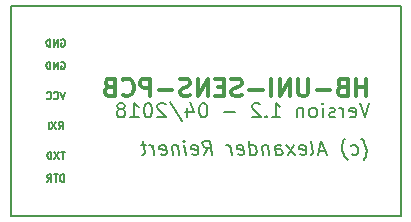
<source format=gbr>
G04 #@! TF.FileFunction,Legend,Bot*
%FSLAX46Y46*%
G04 Gerber Fmt 4.6, Leading zero omitted, Abs format (unit mm)*
G04 Created by KiCad (PCBNEW 4.0.7) date 04/23/18 22:06:35*
%MOMM*%
%LPD*%
G01*
G04 APERTURE LIST*
%ADD10C,0.100000*%
%ADD11C,0.200000*%
%ADD12C,0.300000*%
%ADD13C,0.150000*%
G04 APERTURE END LIST*
D10*
D11*
X128961429Y-68945000D02*
X129011428Y-68887857D01*
X129104286Y-68716429D01*
X129147143Y-68602143D01*
X129182857Y-68430714D01*
X129204286Y-68145000D01*
X129175715Y-67916429D01*
X129082857Y-67630714D01*
X129004286Y-67459286D01*
X128932857Y-67345000D01*
X128797142Y-67173571D01*
X128732858Y-67116429D01*
X127925714Y-68430714D02*
X128047143Y-68487857D01*
X128275714Y-68487857D01*
X128382857Y-68430714D01*
X128432857Y-68373571D01*
X128475715Y-68259286D01*
X128432858Y-67916429D01*
X128361429Y-67802143D01*
X128297143Y-67745000D01*
X128175714Y-67687857D01*
X127947143Y-67687857D01*
X127840000Y-67745000D01*
X127590000Y-68945000D02*
X127525715Y-68887857D01*
X127390001Y-68716429D01*
X127318572Y-68602143D01*
X127240000Y-68430714D01*
X127147143Y-68145000D01*
X127118572Y-67916429D01*
X127140000Y-67630714D01*
X127175715Y-67459286D01*
X127218572Y-67345000D01*
X127311429Y-67173571D01*
X127361429Y-67116429D01*
X125718572Y-68145000D02*
X125147143Y-68145000D01*
X125875714Y-68487857D02*
X125325714Y-67287857D01*
X125075714Y-68487857D01*
X124504286Y-68487857D02*
X124611429Y-68430714D01*
X124654287Y-68316429D01*
X124525715Y-67287857D01*
X123582858Y-68430714D02*
X123704287Y-68487857D01*
X123932858Y-68487857D01*
X124040001Y-68430714D01*
X124082859Y-68316429D01*
X124025716Y-67859286D01*
X123954287Y-67745000D01*
X123832858Y-67687857D01*
X123604287Y-67687857D01*
X123497144Y-67745000D01*
X123454287Y-67859286D01*
X123468572Y-67973571D01*
X124054287Y-68087857D01*
X123132858Y-68487857D02*
X122404287Y-67687857D01*
X123032858Y-67687857D02*
X122504287Y-68487857D01*
X121532858Y-68487857D02*
X121454287Y-67859286D01*
X121497144Y-67745000D01*
X121604287Y-67687857D01*
X121832858Y-67687857D01*
X121954287Y-67745000D01*
X121525715Y-68430714D02*
X121647144Y-68487857D01*
X121932858Y-68487857D01*
X122040001Y-68430714D01*
X122082859Y-68316429D01*
X122068573Y-68202143D01*
X121997144Y-68087857D01*
X121875715Y-68030714D01*
X121590001Y-68030714D01*
X121468572Y-67973571D01*
X120861430Y-67687857D02*
X120961430Y-68487857D01*
X120875716Y-67802143D02*
X120811430Y-67745000D01*
X120690001Y-67687857D01*
X120518573Y-67687857D01*
X120411430Y-67745000D01*
X120368573Y-67859286D01*
X120447144Y-68487857D01*
X119361430Y-68487857D02*
X119211430Y-67287857D01*
X119354287Y-68430714D02*
X119475716Y-68487857D01*
X119704287Y-68487857D01*
X119811430Y-68430714D01*
X119861430Y-68373571D01*
X119904288Y-68259286D01*
X119861431Y-67916429D01*
X119790002Y-67802143D01*
X119725716Y-67745000D01*
X119604287Y-67687857D01*
X119375716Y-67687857D01*
X119268573Y-67745000D01*
X118325716Y-68430714D02*
X118447145Y-68487857D01*
X118675716Y-68487857D01*
X118782859Y-68430714D01*
X118825717Y-68316429D01*
X118768574Y-67859286D01*
X118697145Y-67745000D01*
X118575716Y-67687857D01*
X118347145Y-67687857D01*
X118240002Y-67745000D01*
X118197145Y-67859286D01*
X118211430Y-67973571D01*
X118797145Y-68087857D01*
X117761431Y-68487857D02*
X117661431Y-67687857D01*
X117690003Y-67916429D02*
X117618574Y-67802143D01*
X117554288Y-67745000D01*
X117432859Y-67687857D01*
X117318574Y-67687857D01*
X115418573Y-68487857D02*
X115747145Y-67916429D01*
X116104288Y-68487857D02*
X115954288Y-67287857D01*
X115497145Y-67287857D01*
X115390002Y-67345000D01*
X115340002Y-67402143D01*
X115297145Y-67516429D01*
X115318573Y-67687857D01*
X115390002Y-67802143D01*
X115454288Y-67859286D01*
X115575717Y-67916429D01*
X116032860Y-67916429D01*
X114440002Y-68430714D02*
X114561431Y-68487857D01*
X114790002Y-68487857D01*
X114897145Y-68430714D01*
X114940003Y-68316429D01*
X114882860Y-67859286D01*
X114811431Y-67745000D01*
X114690002Y-67687857D01*
X114461431Y-67687857D01*
X114354288Y-67745000D01*
X114311431Y-67859286D01*
X114325716Y-67973571D01*
X114911431Y-68087857D01*
X113875717Y-68487857D02*
X113775717Y-67687857D01*
X113725717Y-67287857D02*
X113790003Y-67345000D01*
X113740003Y-67402143D01*
X113675717Y-67345000D01*
X113725717Y-67287857D01*
X113740003Y-67402143D01*
X113204288Y-67687857D02*
X113304288Y-68487857D01*
X113218574Y-67802143D02*
X113154288Y-67745000D01*
X113032859Y-67687857D01*
X112861431Y-67687857D01*
X112754288Y-67745000D01*
X112711431Y-67859286D01*
X112790002Y-68487857D01*
X111754288Y-68430714D02*
X111875717Y-68487857D01*
X112104288Y-68487857D01*
X112211431Y-68430714D01*
X112254289Y-68316429D01*
X112197146Y-67859286D01*
X112125717Y-67745000D01*
X112004288Y-67687857D01*
X111775717Y-67687857D01*
X111668574Y-67745000D01*
X111625717Y-67859286D01*
X111640002Y-67973571D01*
X112225717Y-68087857D01*
X111190003Y-68487857D02*
X111090003Y-67687857D01*
X111118575Y-67916429D02*
X111047146Y-67802143D01*
X110982860Y-67745000D01*
X110861431Y-67687857D01*
X110747146Y-67687857D01*
X110518574Y-67687857D02*
X110061431Y-67687857D01*
X110297146Y-67287857D02*
X110425718Y-68316429D01*
X110382860Y-68430714D01*
X110275717Y-68487857D01*
X110161431Y-68487857D01*
X129425714Y-64112857D02*
X129025714Y-65312857D01*
X128625714Y-64112857D01*
X127768572Y-65255714D02*
X127882858Y-65312857D01*
X128111429Y-65312857D01*
X128225715Y-65255714D01*
X128282858Y-65141429D01*
X128282858Y-64684286D01*
X128225715Y-64570000D01*
X128111429Y-64512857D01*
X127882858Y-64512857D01*
X127768572Y-64570000D01*
X127711429Y-64684286D01*
X127711429Y-64798571D01*
X128282858Y-64912857D01*
X127197144Y-65312857D02*
X127197144Y-64512857D01*
X127197144Y-64741429D02*
X127140001Y-64627143D01*
X127082858Y-64570000D01*
X126968572Y-64512857D01*
X126854287Y-64512857D01*
X126511430Y-65255714D02*
X126397144Y-65312857D01*
X126168572Y-65312857D01*
X126054287Y-65255714D01*
X125997144Y-65141429D01*
X125997144Y-65084286D01*
X126054287Y-64970000D01*
X126168572Y-64912857D01*
X126340001Y-64912857D01*
X126454287Y-64855714D01*
X126511430Y-64741429D01*
X126511430Y-64684286D01*
X126454287Y-64570000D01*
X126340001Y-64512857D01*
X126168572Y-64512857D01*
X126054287Y-64570000D01*
X125482858Y-65312857D02*
X125482858Y-64512857D01*
X125482858Y-64112857D02*
X125540001Y-64170000D01*
X125482858Y-64227143D01*
X125425715Y-64170000D01*
X125482858Y-64112857D01*
X125482858Y-64227143D01*
X124740000Y-65312857D02*
X124854286Y-65255714D01*
X124911429Y-65198571D01*
X124968572Y-65084286D01*
X124968572Y-64741429D01*
X124911429Y-64627143D01*
X124854286Y-64570000D01*
X124740000Y-64512857D01*
X124568572Y-64512857D01*
X124454286Y-64570000D01*
X124397143Y-64627143D01*
X124340000Y-64741429D01*
X124340000Y-65084286D01*
X124397143Y-65198571D01*
X124454286Y-65255714D01*
X124568572Y-65312857D01*
X124740000Y-65312857D01*
X123825715Y-64512857D02*
X123825715Y-65312857D01*
X123825715Y-64627143D02*
X123768572Y-64570000D01*
X123654286Y-64512857D01*
X123482858Y-64512857D01*
X123368572Y-64570000D01*
X123311429Y-64684286D01*
X123311429Y-65312857D01*
X121197143Y-65312857D02*
X121882858Y-65312857D01*
X121540000Y-65312857D02*
X121540000Y-64112857D01*
X121654286Y-64284286D01*
X121768572Y-64398571D01*
X121882858Y-64455714D01*
X120682858Y-65198571D02*
X120625715Y-65255714D01*
X120682858Y-65312857D01*
X120740001Y-65255714D01*
X120682858Y-65198571D01*
X120682858Y-65312857D01*
X120168572Y-64227143D02*
X120111429Y-64170000D01*
X119997143Y-64112857D01*
X119711429Y-64112857D01*
X119597143Y-64170000D01*
X119540000Y-64227143D01*
X119482857Y-64341429D01*
X119482857Y-64455714D01*
X119540000Y-64627143D01*
X120225714Y-65312857D01*
X119482857Y-65312857D01*
X118054286Y-64855714D02*
X117140000Y-64855714D01*
X115425714Y-64112857D02*
X115311429Y-64112857D01*
X115197143Y-64170000D01*
X115140000Y-64227143D01*
X115082857Y-64341429D01*
X115025714Y-64570000D01*
X115025714Y-64855714D01*
X115082857Y-65084286D01*
X115140000Y-65198571D01*
X115197143Y-65255714D01*
X115311429Y-65312857D01*
X115425714Y-65312857D01*
X115540000Y-65255714D01*
X115597143Y-65198571D01*
X115654286Y-65084286D01*
X115711429Y-64855714D01*
X115711429Y-64570000D01*
X115654286Y-64341429D01*
X115597143Y-64227143D01*
X115540000Y-64170000D01*
X115425714Y-64112857D01*
X113997143Y-64512857D02*
X113997143Y-65312857D01*
X114282857Y-64055714D02*
X114568572Y-64912857D01*
X113825714Y-64912857D01*
X112511429Y-64055714D02*
X113540000Y-65598571D01*
X112168572Y-64227143D02*
X112111429Y-64170000D01*
X111997143Y-64112857D01*
X111711429Y-64112857D01*
X111597143Y-64170000D01*
X111540000Y-64227143D01*
X111482857Y-64341429D01*
X111482857Y-64455714D01*
X111540000Y-64627143D01*
X112225714Y-65312857D01*
X111482857Y-65312857D01*
X110740000Y-64112857D02*
X110625715Y-64112857D01*
X110511429Y-64170000D01*
X110454286Y-64227143D01*
X110397143Y-64341429D01*
X110340000Y-64570000D01*
X110340000Y-64855714D01*
X110397143Y-65084286D01*
X110454286Y-65198571D01*
X110511429Y-65255714D01*
X110625715Y-65312857D01*
X110740000Y-65312857D01*
X110854286Y-65255714D01*
X110911429Y-65198571D01*
X110968572Y-65084286D01*
X111025715Y-64855714D01*
X111025715Y-64570000D01*
X110968572Y-64341429D01*
X110911429Y-64227143D01*
X110854286Y-64170000D01*
X110740000Y-64112857D01*
X109197143Y-65312857D02*
X109882858Y-65312857D01*
X109540000Y-65312857D02*
X109540000Y-64112857D01*
X109654286Y-64284286D01*
X109768572Y-64398571D01*
X109882858Y-64455714D01*
X108511429Y-64627143D02*
X108625715Y-64570000D01*
X108682858Y-64512857D01*
X108740001Y-64398571D01*
X108740001Y-64341429D01*
X108682858Y-64227143D01*
X108625715Y-64170000D01*
X108511429Y-64112857D01*
X108282858Y-64112857D01*
X108168572Y-64170000D01*
X108111429Y-64227143D01*
X108054286Y-64341429D01*
X108054286Y-64398571D01*
X108111429Y-64512857D01*
X108168572Y-64570000D01*
X108282858Y-64627143D01*
X108511429Y-64627143D01*
X108625715Y-64684286D01*
X108682858Y-64741429D01*
X108740001Y-64855714D01*
X108740001Y-65084286D01*
X108682858Y-65198571D01*
X108625715Y-65255714D01*
X108511429Y-65312857D01*
X108282858Y-65312857D01*
X108168572Y-65255714D01*
X108111429Y-65198571D01*
X108054286Y-65084286D01*
X108054286Y-64855714D01*
X108111429Y-64741429D01*
X108168572Y-64684286D01*
X108282858Y-64627143D01*
D12*
X129182857Y-63543571D02*
X129182857Y-62043571D01*
X129182857Y-62757857D02*
X128325714Y-62757857D01*
X128325714Y-63543571D02*
X128325714Y-62043571D01*
X127111428Y-62757857D02*
X126897142Y-62829286D01*
X126825714Y-62900714D01*
X126754285Y-63043571D01*
X126754285Y-63257857D01*
X126825714Y-63400714D01*
X126897142Y-63472143D01*
X127040000Y-63543571D01*
X127611428Y-63543571D01*
X127611428Y-62043571D01*
X127111428Y-62043571D01*
X126968571Y-62115000D01*
X126897142Y-62186429D01*
X126825714Y-62329286D01*
X126825714Y-62472143D01*
X126897142Y-62615000D01*
X126968571Y-62686429D01*
X127111428Y-62757857D01*
X127611428Y-62757857D01*
X126111428Y-62972143D02*
X124968571Y-62972143D01*
X124254285Y-62043571D02*
X124254285Y-63257857D01*
X124182857Y-63400714D01*
X124111428Y-63472143D01*
X123968571Y-63543571D01*
X123682857Y-63543571D01*
X123539999Y-63472143D01*
X123468571Y-63400714D01*
X123397142Y-63257857D01*
X123397142Y-62043571D01*
X122682856Y-63543571D02*
X122682856Y-62043571D01*
X121825713Y-63543571D01*
X121825713Y-62043571D01*
X121111427Y-63543571D02*
X121111427Y-62043571D01*
X120397141Y-62972143D02*
X119254284Y-62972143D01*
X118611427Y-63472143D02*
X118397141Y-63543571D01*
X118039998Y-63543571D01*
X117897141Y-63472143D01*
X117825712Y-63400714D01*
X117754284Y-63257857D01*
X117754284Y-63115000D01*
X117825712Y-62972143D01*
X117897141Y-62900714D01*
X118039998Y-62829286D01*
X118325712Y-62757857D01*
X118468570Y-62686429D01*
X118539998Y-62615000D01*
X118611427Y-62472143D01*
X118611427Y-62329286D01*
X118539998Y-62186429D01*
X118468570Y-62115000D01*
X118325712Y-62043571D01*
X117968570Y-62043571D01*
X117754284Y-62115000D01*
X117111427Y-62757857D02*
X116611427Y-62757857D01*
X116397141Y-63543571D02*
X117111427Y-63543571D01*
X117111427Y-62043571D01*
X116397141Y-62043571D01*
X115754284Y-63543571D02*
X115754284Y-62043571D01*
X114897141Y-63543571D01*
X114897141Y-62043571D01*
X114254284Y-63472143D02*
X114039998Y-63543571D01*
X113682855Y-63543571D01*
X113539998Y-63472143D01*
X113468569Y-63400714D01*
X113397141Y-63257857D01*
X113397141Y-63115000D01*
X113468569Y-62972143D01*
X113539998Y-62900714D01*
X113682855Y-62829286D01*
X113968569Y-62757857D01*
X114111427Y-62686429D01*
X114182855Y-62615000D01*
X114254284Y-62472143D01*
X114254284Y-62329286D01*
X114182855Y-62186429D01*
X114111427Y-62115000D01*
X113968569Y-62043571D01*
X113611427Y-62043571D01*
X113397141Y-62115000D01*
X112754284Y-62972143D02*
X111611427Y-62972143D01*
X110897141Y-63543571D02*
X110897141Y-62043571D01*
X110325713Y-62043571D01*
X110182855Y-62115000D01*
X110111427Y-62186429D01*
X110039998Y-62329286D01*
X110039998Y-62543571D01*
X110111427Y-62686429D01*
X110182855Y-62757857D01*
X110325713Y-62829286D01*
X110897141Y-62829286D01*
X108539998Y-63400714D02*
X108611427Y-63472143D01*
X108825713Y-63543571D01*
X108968570Y-63543571D01*
X109182855Y-63472143D01*
X109325713Y-63329286D01*
X109397141Y-63186429D01*
X109468570Y-62900714D01*
X109468570Y-62686429D01*
X109397141Y-62400714D01*
X109325713Y-62257857D01*
X109182855Y-62115000D01*
X108968570Y-62043571D01*
X108825713Y-62043571D01*
X108611427Y-62115000D01*
X108539998Y-62186429D01*
X107397141Y-62757857D02*
X107182855Y-62829286D01*
X107111427Y-62900714D01*
X107039998Y-63043571D01*
X107039998Y-63257857D01*
X107111427Y-63400714D01*
X107182855Y-63472143D01*
X107325713Y-63543571D01*
X107897141Y-63543571D01*
X107897141Y-62043571D01*
X107397141Y-62043571D01*
X107254284Y-62115000D01*
X107182855Y-62186429D01*
X107111427Y-62329286D01*
X107111427Y-62472143D01*
X107182855Y-62615000D01*
X107254284Y-62686429D01*
X107397141Y-62757857D01*
X107897141Y-62757857D01*
D13*
X132080000Y-73660000D02*
X99060000Y-73660000D01*
X99060000Y-73660000D02*
X99060000Y-55880000D01*
X99060000Y-55880000D02*
X132080000Y-55880000D01*
X132080000Y-55880000D02*
X132080000Y-73660000D01*
X103327142Y-58755000D02*
X103384285Y-58726429D01*
X103469999Y-58726429D01*
X103555714Y-58755000D01*
X103612856Y-58812143D01*
X103641428Y-58869286D01*
X103669999Y-58983571D01*
X103669999Y-59069286D01*
X103641428Y-59183571D01*
X103612856Y-59240714D01*
X103555714Y-59297857D01*
X103469999Y-59326429D01*
X103412856Y-59326429D01*
X103327142Y-59297857D01*
X103298571Y-59269286D01*
X103298571Y-59069286D01*
X103412856Y-59069286D01*
X103041428Y-59326429D02*
X103041428Y-58726429D01*
X102698571Y-59326429D01*
X102698571Y-58726429D01*
X102412857Y-59326429D02*
X102412857Y-58726429D01*
X102270000Y-58726429D01*
X102184285Y-58755000D01*
X102127143Y-58812143D01*
X102098571Y-58869286D01*
X102070000Y-58983571D01*
X102070000Y-59069286D01*
X102098571Y-59183571D01*
X102127143Y-59240714D01*
X102184285Y-59297857D01*
X102270000Y-59326429D01*
X102412857Y-59326429D01*
X103327142Y-60660000D02*
X103384285Y-60631429D01*
X103469999Y-60631429D01*
X103555714Y-60660000D01*
X103612856Y-60717143D01*
X103641428Y-60774286D01*
X103669999Y-60888571D01*
X103669999Y-60974286D01*
X103641428Y-61088571D01*
X103612856Y-61145714D01*
X103555714Y-61202857D01*
X103469999Y-61231429D01*
X103412856Y-61231429D01*
X103327142Y-61202857D01*
X103298571Y-61174286D01*
X103298571Y-60974286D01*
X103412856Y-60974286D01*
X103041428Y-61231429D02*
X103041428Y-60631429D01*
X102698571Y-61231429D01*
X102698571Y-60631429D01*
X102412857Y-61231429D02*
X102412857Y-60631429D01*
X102270000Y-60631429D01*
X102184285Y-60660000D01*
X102127143Y-60717143D01*
X102098571Y-60774286D01*
X102070000Y-60888571D01*
X102070000Y-60974286D01*
X102098571Y-61088571D01*
X102127143Y-61145714D01*
X102184285Y-61202857D01*
X102270000Y-61231429D01*
X102412857Y-61231429D01*
X103670000Y-63171429D02*
X103470000Y-63771429D01*
X103270000Y-63171429D01*
X102727143Y-63714286D02*
X102755714Y-63742857D01*
X102841428Y-63771429D01*
X102898571Y-63771429D01*
X102984286Y-63742857D01*
X103041428Y-63685714D01*
X103070000Y-63628571D01*
X103098571Y-63514286D01*
X103098571Y-63428571D01*
X103070000Y-63314286D01*
X103041428Y-63257143D01*
X102984286Y-63200000D01*
X102898571Y-63171429D01*
X102841428Y-63171429D01*
X102755714Y-63200000D01*
X102727143Y-63228571D01*
X102127143Y-63714286D02*
X102155714Y-63742857D01*
X102241428Y-63771429D01*
X102298571Y-63771429D01*
X102384286Y-63742857D01*
X102441428Y-63685714D01*
X102470000Y-63628571D01*
X102498571Y-63514286D01*
X102498571Y-63428571D01*
X102470000Y-63314286D01*
X102441428Y-63257143D01*
X102384286Y-63200000D01*
X102298571Y-63171429D01*
X102241428Y-63171429D01*
X102155714Y-63200000D01*
X102127143Y-63228571D01*
X103112857Y-66311429D02*
X103312857Y-66025714D01*
X103455714Y-66311429D02*
X103455714Y-65711429D01*
X103227142Y-65711429D01*
X103170000Y-65740000D01*
X103141428Y-65768571D01*
X103112857Y-65825714D01*
X103112857Y-65911429D01*
X103141428Y-65968571D01*
X103170000Y-65997143D01*
X103227142Y-66025714D01*
X103455714Y-66025714D01*
X102912857Y-65711429D02*
X102512857Y-66311429D01*
X102512857Y-65711429D02*
X102912857Y-66311429D01*
X102284285Y-66311429D02*
X102284285Y-65711429D01*
X103627143Y-68251429D02*
X103284286Y-68251429D01*
X103455715Y-68851429D02*
X103455715Y-68251429D01*
X103141429Y-68251429D02*
X102741429Y-68851429D01*
X102741429Y-68251429D02*
X103141429Y-68851429D01*
X102512857Y-68851429D02*
X102512857Y-68251429D01*
X102370000Y-68251429D01*
X102284285Y-68280000D01*
X102227143Y-68337143D01*
X102198571Y-68394286D01*
X102170000Y-68508571D01*
X102170000Y-68594286D01*
X102198571Y-68708571D01*
X102227143Y-68765714D01*
X102284285Y-68822857D01*
X102370000Y-68851429D01*
X102512857Y-68851429D01*
X103555714Y-70756429D02*
X103555714Y-70156429D01*
X103412857Y-70156429D01*
X103327142Y-70185000D01*
X103270000Y-70242143D01*
X103241428Y-70299286D01*
X103212857Y-70413571D01*
X103212857Y-70499286D01*
X103241428Y-70613571D01*
X103270000Y-70670714D01*
X103327142Y-70727857D01*
X103412857Y-70756429D01*
X103555714Y-70756429D01*
X103041428Y-70156429D02*
X102698571Y-70156429D01*
X102870000Y-70756429D02*
X102870000Y-70156429D01*
X102155714Y-70756429D02*
X102355714Y-70470714D01*
X102498571Y-70756429D02*
X102498571Y-70156429D01*
X102269999Y-70156429D01*
X102212857Y-70185000D01*
X102184285Y-70213571D01*
X102155714Y-70270714D01*
X102155714Y-70356429D01*
X102184285Y-70413571D01*
X102212857Y-70442143D01*
X102269999Y-70470714D01*
X102498571Y-70470714D01*
M02*

</source>
